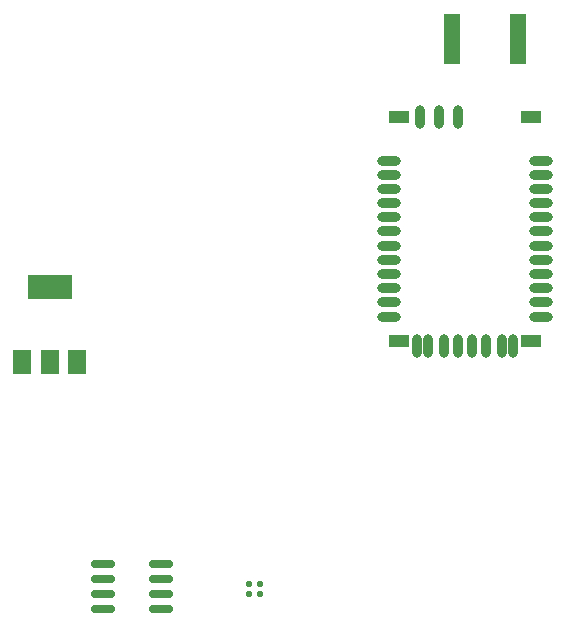
<source format=gbr>
%TF.GenerationSoftware,KiCad,Pcbnew,7.0.9*%
%TF.CreationDate,2025-10-08T14:44:38+03:00*%
%TF.ProjectId,signalgenerator-rounded,7369676e-616c-4676-956e-657261746f72,rev?*%
%TF.SameCoordinates,Original*%
%TF.FileFunction,Paste,Bot*%
%TF.FilePolarity,Positive*%
%FSLAX46Y46*%
G04 Gerber Fmt 4.6, Leading zero omitted, Abs format (unit mm)*
G04 Created by KiCad (PCBNEW 7.0.9) date 2025-10-08 14:44:38*
%MOMM*%
%LPD*%
G01*
G04 APERTURE LIST*
G04 Aperture macros list*
%AMRoundRect*
0 Rectangle with rounded corners*
0 $1 Rounding radius*
0 $2 $3 $4 $5 $6 $7 $8 $9 X,Y pos of 4 corners*
0 Add a 4 corners polygon primitive as box body*
4,1,4,$2,$3,$4,$5,$6,$7,$8,$9,$2,$3,0*
0 Add four circle primitives for the rounded corners*
1,1,$1+$1,$2,$3*
1,1,$1+$1,$4,$5*
1,1,$1+$1,$6,$7*
1,1,$1+$1,$8,$9*
0 Add four rect primitives between the rounded corners*
20,1,$1+$1,$2,$3,$4,$5,0*
20,1,$1+$1,$4,$5,$6,$7,0*
20,1,$1+$1,$6,$7,$8,$9,0*
20,1,$1+$1,$8,$9,$2,$3,0*%
G04 Aperture macros list end*
%ADD10R,1.350000X4.200000*%
%ADD11RoundRect,0.150000X0.825000X0.150000X-0.825000X0.150000X-0.825000X-0.150000X0.825000X-0.150000X0*%
%ADD12O,2.000000X0.800000*%
%ADD13O,0.800000X2.000000*%
%ADD14R,1.800000X1.000000*%
%ADD15R,1.500000X2.000000*%
%ADD16R,3.800000X2.000000*%
%ADD17RoundRect,0.125000X0.125000X-0.125000X0.125000X0.125000X-0.125000X0.125000X-0.125000X-0.125000X0*%
G04 APERTURE END LIST*
D10*
%TO.C,J6*%
X87311000Y-26035000D03*
X81661000Y-26035000D03*
%TD*%
D11*
%TO.C,U4*%
X57085000Y-70485000D03*
X57085000Y-71755000D03*
X57085000Y-73025000D03*
X57085000Y-74295000D03*
X52135000Y-74295000D03*
X52135000Y-73025000D03*
X52135000Y-71755000D03*
X52135000Y-70485000D03*
%TD*%
D12*
%TO.C,U3*%
X89204000Y-36291000D03*
X89204000Y-37491000D03*
X89204000Y-38691000D03*
X89204000Y-39891000D03*
X89204000Y-41091000D03*
X89204000Y-42291000D03*
X89204000Y-43491000D03*
X89204000Y-44691000D03*
X89204000Y-45891000D03*
X89204000Y-47091000D03*
X89204000Y-48291000D03*
X89204000Y-49491000D03*
X76404000Y-49491000D03*
X76404000Y-48291000D03*
X76404000Y-47091000D03*
X76404000Y-45891000D03*
X76404000Y-44691000D03*
X76404000Y-43491000D03*
X76404000Y-42291000D03*
X76404000Y-41091000D03*
X76404000Y-39891000D03*
X76404000Y-38691000D03*
X76404000Y-37491000D03*
X76404000Y-36291000D03*
D13*
X79004000Y-32591000D03*
X80604000Y-32591000D03*
X82204000Y-32591000D03*
X79704000Y-51991000D03*
X85904000Y-51991000D03*
X78704000Y-51991000D03*
X81004000Y-51991000D03*
X82204000Y-51991000D03*
X83404000Y-51991000D03*
X84604000Y-51991000D03*
X86904000Y-51991000D03*
D14*
X88404000Y-51591000D03*
X88404000Y-32591000D03*
X77204000Y-51591000D03*
X77204000Y-32591000D03*
%TD*%
D15*
%TO.C,U2*%
X49925000Y-53315000D03*
X47625000Y-53315000D03*
D16*
X47625000Y-47015000D03*
D15*
X45325000Y-53315000D03*
%TD*%
D17*
%TO.C,D1*%
X65405000Y-73025000D03*
X64505000Y-73025000D03*
X64505000Y-72125000D03*
X65405000Y-72125000D03*
%TD*%
M02*

</source>
